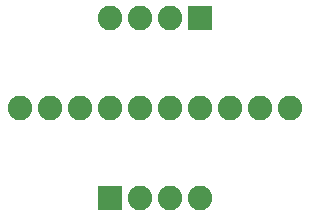
<source format=gbs>
G04 EAGLE Gerber X2 export*
G75*
%MOMM*%
%FSLAX34Y34*%
%LPD*%
%AMOC8*
5,1,8,0,0,1.08239X$1,22.5*%
G01*
%ADD10R,2.082800X2.082800*%
%ADD11C,2.082800*%


D10*
X114300Y25400D03*
D11*
X139700Y25400D03*
X165100Y25400D03*
X190500Y25400D03*
D10*
X190500Y177800D03*
D11*
X165100Y177800D03*
X139700Y177800D03*
X114300Y177800D03*
X38100Y101600D03*
X63500Y101600D03*
X88900Y101600D03*
X114300Y101600D03*
X139700Y101600D03*
X165100Y101600D03*
X190500Y101600D03*
X215900Y101600D03*
X241300Y101600D03*
X266700Y101600D03*
M02*

</source>
